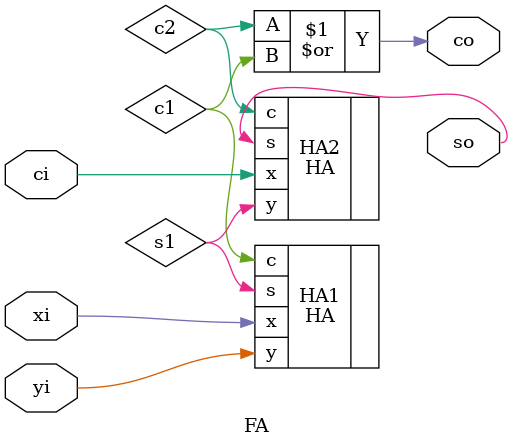
<source format=v>
`timescale 1ns / 1ps


module FA(
    input xi,yi,ci,
    output so,co
    );
    wire s1,c1,c2;
    HA HA1 (
    .x(xi),
    .y(yi),
    .s(s1),
    .c(c1)
    );
    HA HA2 (
    .x(ci),
    .y(s1),
    .s(so),
    .c(c2)
    );
   assign co = c2 | c1 ;
endmodule

</source>
